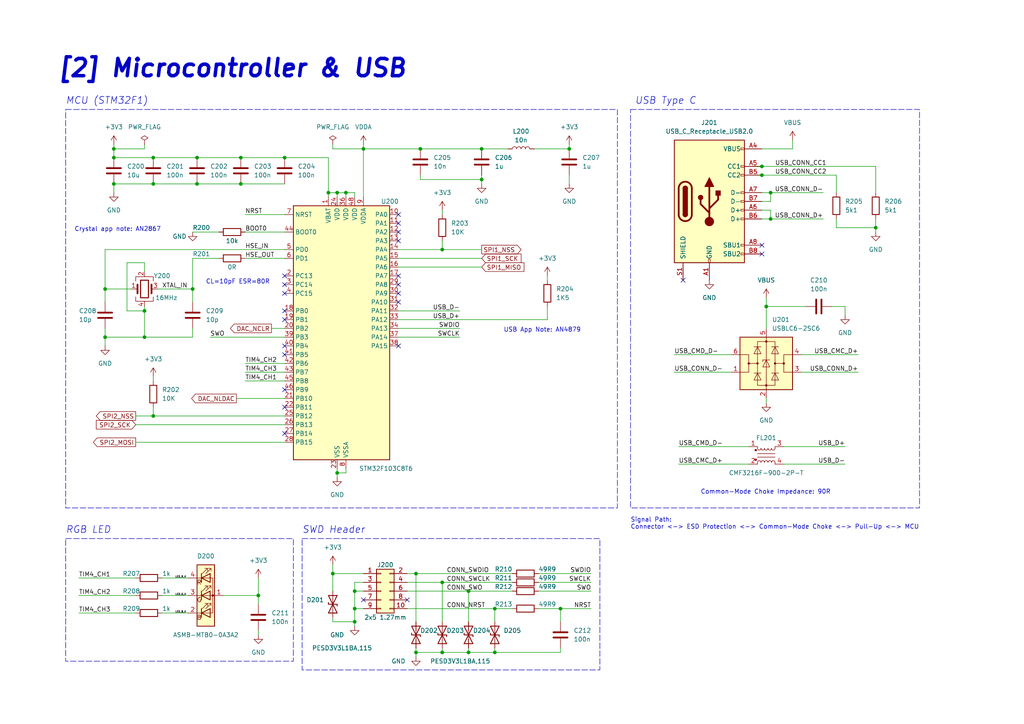
<source format=kicad_sch>
(kicad_sch (version 20230121) (generator eeschema)
  (paper "A4")
  (title_block (title "Mixed-Signal Demo PCB") (date "2023-12-25") (rev "0.1") (company "Mohamed Hambouta"))
  (lib_symbols
    (symbol "Connector:USB_C_Receptacle_USB2.0" (pin_names (offset 1.016))
      (property "Reference" "J" (at -10.16 19.05 0))
      (property "Value" "USB_C_Receptacle_USB2.0" (at 19.05 19.05 0))
      (symbol "USB_C_Receptacle_USB2.0_0_0"
        (rectangle (start -0.254 -17.78) (end 0.254 -16.764))
        (rectangle (start 10.16 -14.986) (end 9.144 -15.494))
        (rectangle (start 10.16 -12.446) (end 9.144 -12.954))
        (rectangle (start 10.16 -4.826) (end 9.144 -5.334))
        (rectangle (start 10.16 -2.286) (end 9.144 -2.794))
        (rectangle (start 10.16 0.254) (end 9.144 -0.254))
        (rectangle (start 10.16 2.794) (end 9.144 2.286))
        (rectangle (start 10.16 7.874) (end 9.144 7.366))
        (rectangle (start 10.16 10.414) (end 9.144 9.906))
        (rectangle (start 10.16 15.494) (end 9.144 14.986))
      )
      (symbol "USB_C_Receptacle_USB2.0_0_1"
        (rectangle (start -10.16 17.78) (end 10.16 -17.78) (stroke (width 0.254)) (fill (type background)))
        (arc (start -8.89 -3.81) (mid -6.985 -5.7067) (end -5.08 -3.81) (stroke (width 0.508)))
        (arc (start -7.62 -3.81) (mid -6.985 -4.4423) (end -6.35 -3.81) (stroke (width 0.254)))
        (arc (start -7.62 -3.81) (mid -6.985 -4.4423) (end -6.35 -3.81) (stroke (width 0.254)) (fill (type outline)))
        (rectangle (start -7.62 -3.81) (end -6.35 3.81) (stroke (width 0.254)) (fill (type outline)))
        (arc (start -6.35 3.81) (mid -6.985 4.4423) (end -7.62 3.81) (stroke (width 0.254)))
        (arc (start -6.35 3.81) (mid -6.985 4.4423) (end -7.62 3.81) (stroke (width 0.254)) (fill (type outline)))
        (arc (start -5.08 3.81) (mid -6.985 5.7067) (end -8.89 3.81) (stroke (width 0.508)))
        (circle (center -2.54 1.143) (radius 0.635) (stroke (width 0.254)) (fill (type outline)))
        (circle (center 0 -5.842) (radius 1.27) (fill (type outline)))
        (polyline (pts (xy -8.89 -3.81) (xy -8.89 3.81)) (stroke (width 0.508)))
        (polyline (pts (xy -5.08 3.81) (xy -5.08 -3.81)) (stroke (width 0.508)))
        (polyline (pts (xy 0 -5.842) (xy 0 4.318)) (stroke (width 0.508)))
        (polyline (pts (xy 0 -3.302) (xy -2.54 -0.762) (xy -2.54 0.508)) (stroke (width 0.508)))
        (polyline (pts (xy 0 -2.032) (xy 2.54 0.508) (xy 2.54 1.778)) (stroke (width 0.508)))
        (polyline (pts (xy -1.27 4.318) (xy 0 6.858) (xy 1.27 4.318) (xy -1.27 4.318)) (stroke (width 0.254)) (fill (type outline)))
        (rectangle (start 1.905 1.778) (end 3.175 3.048) (stroke (width 0.254)) (fill (type outline)))
      )
      (symbol "USB_C_Receptacle_USB2.0_1_1"
        (pin passive line (at 0 -22.86 90) (length 5.08) (name "GND") (number "A1"))
        (pin passive line (at 0 -22.86 90) (length 5.08) hide (name "GND") (number "A12"))
        (pin passive line (at 15.24 15.24 180) (length 5.08) (name "VBUS") (number "A4"))
        (pin bidirectional line (at 15.24 10.16 180) (length 5.08) (name "CC1") (number "A5"))
        (pin bidirectional line (at 15.24 -2.54 180) (length 5.08) (name "D+") (number "A6"))
        (pin bidirectional line (at 15.24 2.54 180) (length 5.08) (name "D-") (number "A7"))
        (pin bidirectional line (at 15.24 -12.7 180) (length 5.08) (name "SBU1") (number "A8"))
        (pin passive line (at 15.24 15.24 180) (length 5.08) hide (name "VBUS") (number "A9"))
        (pin passive line (at 0 -22.86 90) (length 5.08) hide (name "GND") (number "B1"))
        (pin passive line (at 0 -22.86 90) (length 5.08) hide (name "GND") (number "B12"))
        (pin passive line (at 15.24 15.24 180) (length 5.08) hide (name "VBUS") (number "B4"))
        (pin bidirectional line (at 15.24 7.62 180) (length 5.08) (name "CC2") (number "B5"))
        (pin bidirectional line (at 15.24 -5.08 180) (length 5.08) (name "D+") (number "B6"))
        (pin bidirectional line (at 15.24 0 180) (length 5.08) (name "D-") (number "B7"))
        (pin bidirectional line (at 15.24 -15.24 180) (length 5.08) (name "SBU2") (number "B8"))
        (pin passive line (at 15.24 15.24 180) (length 5.08) hide (name "VBUS") (number "B9"))
        (pin passive line (at -7.62 -22.86 90) (length 5.08) (name "SHIELD") (number "S1"))
      )
    )
    (symbol "Connector_Generic:Conn_02x05_Odd_Even" (pin_names (offset 1.016) hide)
      (property "Reference" "J" (at 1.27 7.62 0))
      (property "Value" "Conn_02x05_Odd_Even" (at 1.27 -7.62 0))
      (symbol "Conn_02x05_Odd_Even_1_1"
        (rectangle (start -1.27 -4.953) (end 0 -5.207) (stroke (width 0.1524)))
        (rectangle (start -1.27 -2.413) (end 0 -2.667) (stroke (width 0.1524)))
        (rectangle (start -1.27 0.127) (end 0 -0.127) (stroke (width 0.1524)))
        (rectangle (start -1.27 2.667) (end 0 2.413) (stroke (width 0.1524)))
        (rectangle (start -1.27 5.207) (end 0 4.953) (stroke (width 0.1524)))
        (rectangle (start -1.27 6.35) (end 3.81 -6.35) (stroke (width 0.254)) (fill (type background)))
        (rectangle (start 3.81 -4.953) (end 2.54 -5.207) (stroke (width 0.1524)))
        (rectangle (start 3.81 -2.413) (end 2.54 -2.667) (stroke (width 0.1524)))
        (rectangle (start 3.81 0.127) (end 2.54 -0.127) (stroke (width 0.1524)))
        (rectangle (start 3.81 2.667) (end 2.54 2.413) (stroke (width 0.1524)))
        (rectangle (start 3.81 5.207) (end 2.54 4.953) (stroke (width 0.1524)))
        (pin passive line (at -5.08 5.08 0) (length 3.81) (name "Pin_1") (number "1"))
        (pin passive line (at 7.62 -5.08 180) (length 3.81) (name "Pin_10") (number "10"))
        (pin passive line (at 7.62 5.08 180) (length 3.81) (name "Pin_2") (number "2"))
        (pin passive line (at -5.08 2.54 0) (length 3.81) (name "Pin_3") (number "3"))
        (pin passive line (at 7.62 2.54 180) (length 3.81) (name "Pin_4") (number "4"))
        (pin passive line (at -5.08 0 0) (length 3.81) (name "Pin_5") (number "5"))
        (pin passive line (at 7.62 0 180) (length 3.81) (name "Pin_6") (number "6"))
        (pin passive line (at -5.08 -2.54 0) (length 3.81) (name "Pin_7") (number "7"))
        (pin passive line (at 7.62 -2.54 180) (length 3.81) (name "Pin_8") (number "8"))
        (pin passive line (at -5.08 -5.08 0) (length 3.81) (name "Pin_9") (number "9"))
      )
    )
    (symbol "Device:C" (pin_numbers hide) (pin_names (offset 0.254))
      (property "Reference" "C" (at 0.635 2.54 0))
      (property "Value" "C" (at 0.635 -2.54 0))
      (symbol "C_0_1"
        (polyline (pts (xy -2.032 -0.762) (xy 2.032 -0.762)) (stroke (width 0.508)))
        (polyline (pts (xy -2.032 0.762) (xy 2.032 0.762)) (stroke (width 0.508)))
      )
      (symbol "C_1_1"
        (pin passive line (at 0 3.81 270) (length 2.794) (name "~") (number "1"))
        (pin passive line (at 0 -3.81 90) (length 2.794) (name "~") (number "2"))
      )
    )
    (symbol "Device:Crystal_GND24" (pin_names (offset 1.016) hide)
      (property "Reference" "Y" (at 3.175 5.08 0))
      (property "Value" "Crystal_GND24" (at 3.175 3.175 0))
      (symbol "Crystal_GND24_0_1"
        (rectangle (start -1.143 2.54) (end 1.143 -2.54) (stroke (width 0.3048)))
        (polyline (pts (xy -2.54 0) (xy -2.032 0)))
        (polyline (pts (xy -2.032 -1.27) (xy -2.032 1.27)) (stroke (width 0.508)))
        (polyline (pts (xy 0 -3.81) (xy 0 -3.556)))
        (polyline (pts (xy 0 3.556) (xy 0 3.81)))
        (polyline (pts (xy 2.032 -1.27) (xy 2.032 1.27)) (stroke (width 0.508)))
        (polyline (pts (xy 2.032 0) (xy 2.54 0)))
        (polyline (pts (xy -2.54 -2.286) (xy -2.54 -3.556) (xy 2.54 -3.556) (xy 2.54 -2.286)))
        (polyline (pts (xy -2.54 2.286) (xy -2.54 3.556) (xy 2.54 3.556) (xy 2.54 2.286)))
      )
      (symbol "Crystal_GND24_1_1"
        (pin passive line (at -3.81 0 0) (length 1.27) (name "1") (number "1"))
        (pin passive line (at 0 5.08 270) (length 1.27) (name "2") (number "2"))
        (pin passive line (at 3.81 0 180) (length 1.27) (name "3") (number "3"))
        (pin passive line (at 0 -5.08 90) (length 1.27) (name "4") (number "4"))
      )
    )
    (symbol "Device:D_TVS" (pin_numbers hide) (pin_names (offset 1.016) hide)
      (property "Reference" "D" (at 0 2.54 0))
      (property "Value" "D_TVS" (at 0 -2.54 0))
      (symbol "D_TVS_0_1"
        (polyline (pts (xy 1.27 0) (xy -1.27 0)))
        (polyline (pts (xy 0.508 1.27) (xy 0 1.27) (xy 0 -1.27) (xy -0.508 -1.27)) (stroke (width 0.254)))
        (polyline (pts (xy -2.54 1.27) (xy -2.54 -1.27) (xy 2.54 1.27) (xy 2.54 -1.27) (xy -2.54 1.27)) (stroke (width 0.254)))
      )
      (symbol "D_TVS_1_1"
        (pin passive line (at -3.81 0 0) (length 2.54) (name "A1") (number "1"))
        (pin passive line (at 3.81 0 180) (length 2.54) (name "A2") (number "2"))
      )
    )
    (symbol "Device:L" (pin_numbers hide) (pin_names (offset 1.016) hide)
      (property "Reference" "L" (at -1.27 0 90))
      (property "Value" "L" (at 1.905 0 90))
      (symbol "L_0_1"
        (arc (start 0 -2.54) (mid 0.6323 -1.905) (end 0 -1.27))
        (arc (start 0 -1.27) (mid 0.6323 -0.635) (end 0 0))
        (arc (start 0 0) (mid 0.6323 0.635) (end 0 1.27))
        (arc (start 0 1.27) (mid 0.6323 1.905) (end 0 2.54))
      )
      (symbol "L_1_1"
        (pin passive line (at 0 3.81 270) (length 1.27) (name "1") (number "1"))
        (pin passive line (at 0 -3.81 90) (length 1.27) (name "2") (number "2"))
      )
    )
    (symbol "Device:R" (pin_numbers hide) (pin_names (offset 0))
      (property "Reference" "R" (at 2.032 0 90))
      (property "Value" "R" (at 0 0 90))
      (symbol "R_0_1"
        (rectangle (start -1.016 -2.54) (end 1.016 2.54) (stroke (width 0.254)))
      )
      (symbol "R_1_1"
        (pin passive line (at 0 3.81 270) (length 1.27) (name "~") (number "1"))
        (pin passive line (at 0 -3.81 90) (length 1.27) (name "~") (number "2"))
      )
    )
    (symbol "Filter:Choke_Schaffner_RN102-1.5-02-1M6" (pin_names hide)
      (property "Reference" "FL1" (at 0 5.08 0))
      (property "Value" "CMF3216F-900-2P-T" (at 0 -5.08 0))
      (symbol "Choke_Schaffner_RN102-1.5-02-1M6_1_1"
        (circle (center -3.048 -1.27) (radius 0.254) (fill (type outline)))
        (circle (center -3.048 1.524) (radius 0.254) (fill (type outline)))
        (arc (start -2.54 2.032) (mid -2.032 1.5262) (end -1.524 2.032))
        (arc (start -1.524 -2.032) (mid -2.032 -1.5262) (end -2.54 -2.032))
        (arc (start -1.524 2.032) (mid -1.016 1.5262) (end -0.508 2.032))
        (arc (start -0.508 -2.032) (mid -1.016 -1.5262) (end -1.524 -2.032))
        (arc (start -0.508 2.032) (mid 0 1.5262) (end 0.508 2.032))
        (polyline (pts (xy -2.54 -2.032) (xy -2.54 -2.54)))
        (polyline (pts (xy -2.54 0.508) (xy 2.54 0.508)))
        (polyline (pts (xy -2.54 2.032) (xy -2.54 2.54)))
        (polyline (pts (xy 2.54 -2.032) (xy 2.54 -2.54)))
        (polyline (pts (xy 2.54 -0.508) (xy -2.54 -0.508)))
        (polyline (pts (xy 2.54 2.54) (xy 2.54 2.032)))
        (arc (start 0.508 -2.032) (mid 0 -1.5262) (end -0.508 -2.032))
        (arc (start 0.508 2.032) (mid 1.016 1.5262) (end 1.524 2.032))
        (arc (start 1.524 -2.032) (mid 1.016 -1.5262) (end 0.508 -2.032))
        (arc (start 1.524 2.032) (mid 2.032 1.5262) (end 2.54 2.032))
        (arc (start 2.54 -2.032) (mid 2.032 -1.5262) (end 1.524 -2.032))
        (pin passive line (at -5.08 2.54 0) (length 2.54) (name "1") (number "1"))
        (pin passive line (at -5.08 -2.54 0) (length 2.54) (name "2") (number "2"))
        (pin passive line (at 5.08 2.54 180) (length 2.54) (name "3") (number "3"))
        (pin passive line (at 5.08 -2.54 180) (length 2.54) (name "4") (number "4"))
      )
    )
    (symbol "LED:ASMB-MTB0-0A3A2" (pin_names (offset 0) hide)
      (property "Reference" "D" (at 0 10.16 0))
      (property "Value" "ASMB-MTB0-0A3A2" (at 0 -10.16 0))
      (symbol "ASMB-MTB0-0A3A2_0_0"
        (text "B" (at -1.905 -6.35 0) (effects (font (size 1.27 1.27))))
        (text "G" (at -1.905 -1.27 0) (effects (font (size 1.27 1.27))))
        (text "R" (at -1.905 3.81 0) (effects (font (size 1.27 1.27))))
      )
      (symbol "ASMB-MTB0-0A3A2_0_1"
        (rectangle (start -2.54 -8.89) (end 2.54 8.89) (stroke (width 0.254)) (fill (type background)))
        (polyline (pts (xy -2.54 -5.08) (xy 1.27 -5.08)))
        (polyline (pts (xy -1.27 -3.81) (xy -1.27 -6.35)) (stroke (width 0.254)))
        (polyline (pts (xy -1.27 1.27) (xy -1.27 -1.27)) (stroke (width 0.254)))
        (polyline (pts (xy -1.27 6.35) (xy -1.27 3.81)) (stroke (width 0.254)))
        (polyline (pts (xy 1.27 5.08) (xy -2.54 5.08)))
        (polyline (pts (xy 2.54 0) (xy -2.54 0)))
        (polyline (pts (xy 1.27 -5.08) (xy 2.032 -5.08) (xy 2.032 5.08) (xy 1.27 5.08)))
        (polyline (pts (xy 1.27 -3.81) (xy 1.27 -6.35) (xy -1.27 -5.08) (xy 1.27 -3.81)) (stroke (width 0.254)))
        (polyline (pts (xy 1.27 1.27) (xy 1.27 -1.27) (xy -1.27 0) (xy 1.27 1.27)) (stroke (width 0.254)))
        (polyline (pts (xy 1.27 6.35) (xy 1.27 3.81) (xy -1.27 5.08) (xy 1.27 6.35)) (stroke (width 0.254)))
        (polyline (pts (xy -1.016 -3.81) (xy 0.508 -2.286) (xy -0.254 -2.286) (xy 0.508 -2.286) (xy 0.508 -3.048)))
        (polyline (pts (xy -1.016 1.27) (xy 0.508 2.794) (xy -0.254 2.794) (xy 0.508 2.794) (xy 0.508 2.032)))
        (polyline (pts (xy -1.016 6.35) (xy 0.508 7.874) (xy -0.254 7.874) (xy 0.508 7.874) (xy 0.508 7.112)))
        (polyline (pts (xy 0 -3.81) (xy 1.524 -2.286) (xy 0.762 -2.286) (xy 1.524 -2.286) (xy 1.524 -3.048)))
        (polyline (pts (xy 0 1.27) (xy 1.524 2.794) (xy 0.762 2.794) (xy 1.524 2.794) (xy 1.524 2.032)))
        (polyline (pts (xy 0 6.35) (xy 1.524 7.874) (xy 0.762 7.874) (xy 1.524 7.874) (xy 1.524 7.112)))
        (rectangle (start 1.27 6.35) (end 1.27 6.35))
        (circle (center 2.032 0) (radius 0.254) (fill (type outline)))
      )
      (symbol "ASMB-MTB0-0A3A2_1_1"
        (pin passive line (at 5.08 0 180) (length 2.54) (name "A") (number "1"))
        (pin passive line (at -5.08 -5.08 0) (length 2.54) (name "BK") (number "2"))
        (pin passive line (at -5.08 0 0) (length 2.54) (name "GK") (number "3"))
        (pin passive line (at -5.08 5.08 0) (length 2.54) (name "RK") (number "4"))
      )
    )
    (symbol "MCU_ST_STM32F1:STM32F103C8Tx"
      (property "Reference" "U" (at -12.7 39.37 0))
      (property "Value" "STM32F103C8Tx" (at 10.16 39.37 0))
      (symbol "STM32F103C8Tx_0_1"
        (rectangle (start -12.7 -35.56) (end 15.24 38.1) (stroke (width 0.254)) (fill (type background)))
      )
      (symbol "STM32F103C8Tx_1_1"
        (pin power_in line (at -2.54 40.64 270) (length 2.54) (name "VBAT") (number "1"))
        (pin bidirectional line (at 17.78 35.56 180) (length 2.54) (name "PA0") (number "10"))
        (pin bidirectional line (at 17.78 33.02 180) (length 2.54) (name "PA1") (number "11"))
        (pin bidirectional line (at 17.78 30.48 180) (length 2.54) (name "PA2") (number "12"))
        (pin bidirectional line (at 17.78 27.94 180) (length 2.54) (name "PA3") (number "13"))
        (pin bidirectional line (at 17.78 25.4 180) (length 2.54) (name "PA4") (number "14"))
        (pin bidirectional line (at 17.78 22.86 180) (length 2.54) (name "PA5") (number "15"))
        (pin bidirectional line (at 17.78 20.32 180) (length 2.54) (name "PA6") (number "16"))
        (pin bidirectional line (at 17.78 17.78 180) (length 2.54) (name "PA7") (number "17"))
        (pin bidirectional line (at -15.24 7.62 0) (length 2.54) (name "PB0") (number "18"))
        (pin bidirectional line (at -15.24 5.08 0) (length 2.54) (name "PB1") (number "19"))
        (pin bidirectional line (at -15.24 17.78 0) (length 2.54) (name "PC13") (number "2"))
        (pin bidirectional line (at -15.24 2.54 0) (length 2.54) (name "PB2") (number "20"))
        (pin bidirectional line (at -15.24 -17.78 0) (length 2.54) (name "PB10") (number "21"))
        (pin bidirectional line (at -15.24 -20.32 0) (length 2.54) (name "PB11") (number "22"))
        (pin power_in line (at 0 -38.1 90) (length 2.54) (name "VSS") (number "23"))
        (pin power_in line (at 0 40.64 270) (length 2.54) (name "VDD") (number "24"))
        (pin bidirectional line (at -15.24 -22.86 0) (length 2.54) (name "PB12") (number "25"))
        (pin bidirectional line (at -15.24 -25.4 0) (length 2.54) (name "PB13") (number "26"))
        (pin bidirectional line (at -15.24 -27.94 0) (length 2.54) (name "PB14") (number "27"))
        (pin bidirectional line (at -15.24 -30.48 0) (length 2.54) (name "PB15") (number "28"))
        (pin bidirectional line (at 17.78 15.24 180) (length 2.54) (name "PA8") (number "29"))
        (pin bidirectional line (at -15.24 15.24 0) (length 2.54) (name "PC14") (number "3"))
        (pin bidirectional line (at 17.78 12.7 180) (length 2.54) (name "PA9") (number "30"))
        (pin bidirectional line (at 17.78 10.16 180) (length 2.54) (name "PA10") (number "31"))
        (pin bidirectional line (at 17.78 7.62 180) (length 2.54) (name "PA11") (number "32"))
        (pin bidirectional line (at 17.78 5.08 180) (length 2.54) (name "PA12") (number "33"))
        (pin bidirectional line (at 17.78 2.54 180) (length 2.54) (name "PA13") (number "34"))
        (pin passive line (at 0 -38.1 90) (length 2.54) hide (name "VSS") (number "35"))
        (pin power_in line (at 2.54 40.64 270) (length 2.54) (name "VDD") (number "36"))
        (pin bidirectional line (at 17.78 0 180) (length 2.54) (name "PA14") (number "37"))
        (pin bidirectional line (at 17.78 -2.54 180) (length 2.54) (name "PA15") (number "38"))
        (pin bidirectional line (at -15.24 0 0) (length 2.54) (name "PB3") (number "39"))
        (pin bidirectional line (at -15.24 12.7 0) (length 2.54) (name "PC15") (number "4"))
        (pin bidirectional line (at -15.24 -2.54 0) (length 2.54) (name "PB4") (number "40"))
        (pin bidirectional line (at -15.24 -5.08 0) (length 2.54) (name "PB5") (number "41"))
        (pin bidirectional line (at -15.24 -7.62 0) (length 2.54) (name "PB6") (number "42"))
        (pin bidirectional line (at -15.24 -10.16 0) (length 2.54) (name "PB7") (number "43"))
        (pin input line (at -15.24 30.48 0) (length 2.54) (name "BOOT0") (number "44"))
        (pin bidirectional line (at -15.24 -12.7 0) (length 2.54) (name "PB8") (number "45"))
        (pin bidirectional line (at -15.24 -15.24 0) (length 2.54) (name "PB9") (number "46"))
        (pin passive line (at 0 -38.1 90) (length 2.54) hide (name "VSS") (number "47"))
        (pin power_in line (at 5.08 40.64 270) (length 2.54) (name "VDD") (number "48"))
        (pin bidirectional line (at -15.24 25.4 0) (length 2.54) (name "PD0") (number "5"))
        (pin bidirectional line (at -15.24 22.86 0) (length 2.54) (name "PD1") (number "6"))
        (pin input line (at -15.24 35.56 0) (length 2.54) (name "NRST") (number "7"))
        (pin power_in line (at 2.54 -38.1 90) (length 2.54) (name "VSSA") (number "8"))
        (pin power_in line (at 7.62 40.64 270) (length 2.54) (name "VDDA") (number "9"))
      )
    )
    (symbol "Power_Protection:USBLC6-2SC6" (pin_names hide)
      (property "Reference" "U" (at 2.54 8.89 0))
      (property "Value" "USBLC6-2SC6" (at 2.54 -8.89 0))
      (symbol "USBLC6-2SC6_0_1"
        (rectangle (start -7.62 -7.62) (end 7.62 7.62) (stroke (width 0.254)) (fill (type background)))
        (circle (center -5.08 0) (radius 0.254) (fill (type outline)))
        (circle (center -2.54 0) (radius 0.254) (fill (type outline)))
        (rectangle (start -2.54 6.35) (end 2.54 -6.35))
        (circle (center 0 -6.35) (radius 0.254) (fill (type outline)))
        (polyline (pts (xy -5.08 -2.54) (xy -7.62 -2.54)))
        (polyline (pts (xy -5.08 0) (xy -5.08 -2.54)))
        (polyline (pts (xy -5.08 2.54) (xy -7.62 2.54)))
        (polyline (pts (xy -1.524 -2.794) (xy -3.556 -2.794)))
        (polyline (pts (xy -1.524 4.826) (xy -3.556 4.826)))
        (polyline (pts (xy 0 -7.62) (xy 0 -6.35)))
        (polyline (pts (xy 0 -6.35) (xy 0 1.27)))
        (polyline (pts (xy 0 1.27) (xy 0 6.35)))
        (polyline (pts (xy 0 6.35) (xy 0 7.62)))
        (polyline (pts (xy 1.524 -2.794) (xy 3.556 -2.794)))
        (polyline (pts (xy 1.524 4.826) (xy 3.556 4.826)))
        (polyline (pts (xy 5.08 -2.54) (xy 7.62 -2.54)))
        (polyline (pts (xy 5.08 0) (xy 5.08 -2.54)))
        (polyline (pts (xy 5.08 2.54) (xy 7.62 2.54)))
        (polyline (pts (xy -2.54 0) (xy -5.08 0) (xy -5.08 2.54)))
        (polyline (pts (xy 2.54 0) (xy 5.08 0) (xy 5.08 2.54)))
        (polyline (pts (xy -3.556 -4.826) (xy -1.524 -4.826) (xy -2.54 -2.794) (xy -3.556 -4.826)))
        (polyline (pts (xy -3.556 2.794) (xy -1.524 2.794) (xy -2.54 4.826) (xy -3.556 2.794)))
        (polyline (pts (xy -1.016 -1.016) (xy 1.016 -1.016) (xy 0 1.016) (xy -1.016 -1.016)))
        (polyline (pts (xy 1.016 1.016) (xy 0.762 1.016) (xy -1.016 1.016) (xy -1.016 0.508)))
        (polyline (pts (xy 3.556 -4.826) (xy 1.524 -4.826) (xy 2.54 -2.794) (xy 3.556 -4.826)))
        (polyline (pts (xy 3.556 2.794) (xy 1.524 2.794) (xy 2.54 4.826) (xy 3.556 2.794)))
        (circle (center 0 6.35) (radius 0.254) (fill (type outline)))
        (circle (center 2.54 0) (radius 0.254) (fill (type outline)))
        (circle (center 5.08 0) (radius 0.254) (fill (type outline)))
      )
      (symbol "USBLC6-2SC6_1_1"
        (pin passive line (at -10.16 -2.54 0) (length 2.54) (name "I/O1") (number "1"))
        (pin passive line (at 0 -10.16 90) (length 2.54) (name "GND") (number "2"))
        (pin passive line (at 10.16 -2.54 180) (length 2.54) (name "I/O2") (number "3"))
        (pin passive line (at 10.16 2.54 180) (length 2.54) (name "I/O2") (number "4"))
        (pin passive line (at 0 10.16 270) (length 2.54) (name "VBUS") (number "5"))
        (pin passive line (at -10.16 2.54 0) (length 2.54) (name "I/O1") (number "6"))
      )
    )
    (symbol "power:+3V3" (power) (pin_names (offset 0))
      (property "Value" "+3V3" (at 0 3.556 0))
      (symbol "+3V3_0_1"
        (polyline (pts (xy -0.762 1.27) (xy 0 2.54)))
        (polyline (pts (xy 0 0) (xy 0 2.54)))
        (polyline (pts (xy 0 2.54) (xy 0.762 1.27)))
      )
      (symbol "+3V3_1_1"
        (pin power_in line (at 0 0 90) (length 0) hide (name "+3V3") (number "1"))
      )
    )
    (symbol "power:GND" (power) (pin_names (offset 0))
      (property "Value" "GND" (at 0 -3.81 0))
      (symbol "GND_0_1"
        (polyline (pts (xy 0 0) (xy 0 -1.27) (xy 1.27 -1.27) (xy 0 -2.54) (xy -1.27 -1.27) (xy 0 -1.27)))
      )
      (symbol "GND_1_1"
        (pin power_in line (at 0 0 270) (length 0) hide (name "GND") (number "1"))
      )
    )
    (symbol "power:PWR_FLAG" (power) (pin_numbers hide) (pin_names (offset 0) hide)
      (property "Value" "PWR_FLAG" (at 0 3.81 0))
      (symbol "PWR_FLAG_0_0"
        (pin power_out line (at 0 0 90) (length 0) (name "pwr") (number "1"))
      )
      (symbol "PWR_FLAG_0_1"
        (polyline (pts (xy 0 0) (xy 0 1.27) (xy -1.016 1.905) (xy 0 2.54) (xy 1.016 1.905) (xy 0 1.27)))
      )
    )
    (symbol "power:VBUS" (power) (pin_names (offset 0))
      (property "Value" "VBUS" (at 0 3.81 0))
      (symbol "VBUS_0_1"
        (polyline (pts (xy -0.762 1.27) (xy 0 2.54)))
        (polyline (pts (xy 0 0) (xy 0 2.54)))
        (polyline (pts (xy 0 2.54) (xy 0.762 1.27)))
      )
      (symbol "VBUS_1_1"
        (pin power_in line (at 0 0 90) (length 0) hide (name "VBUS") (number "1"))
      )
    )
    (symbol "power:VDDA" (power) (pin_names (offset 0))
      (property "Value" "VDDA" (at 0 3.81 0))
      (symbol "VDDA_0_1"
        (polyline (pts (xy -0.762 1.27) (xy 0 2.54)))
        (polyline (pts (xy 0 0) (xy 0 2.54)))
        (polyline (pts (xy 0 2.54) (xy 0.762 1.27)))
      )
      (symbol "VDDA_1_1"
        (pin power_in line (at 0 0 90) (length 0) hide (name "VDDA") (number "1"))
      )
    )
  )
  (junction (at 128.27 189.23))
  (junction (at 121.92 43.18))
  (junction (at 95.25 55.88))
  (junction (at 223.52 55.88))
  (junction (at 97.79 137.16))
  (junction (at 135.89 171.45))
  (junction (at 57.15 53.34))
  (junction (at 97.79 55.88))
  (junction (at 33.02 45.72))
  (junction (at 222.25 88.9))
  (junction (at 74.93 172.72))
  (junction (at 69.85 45.72))
  (junction (at 220.98 50.8))
  (junction (at 120.65 166.37))
  (junction (at 82.55 45.72))
  (junction (at 139.7 43.18))
  (junction (at 165.1 43.18))
  (junction (at 120.65 189.23))
  (junction (at 220.98 48.26))
  (junction (at 30.48 97.79))
  (junction (at 223.52 63.5))
  (junction (at 143.51 189.23))
  (junction (at 128.27 72.39))
  (junction (at 33.02 43.18))
  (junction (at 44.45 120.65))
  (junction (at 102.87 176.53))
  (junction (at 100.33 55.88))
  (junction (at 102.87 171.45))
  (junction (at 105.41 43.18))
  (junction (at 57.15 45.72))
  (junction (at 135.89 189.23))
  (junction (at 55.88 83.82))
  (junction (at 254 66.04))
  (junction (at 162.56 176.53))
  (junction (at 128.27 168.91))
  (junction (at 41.91 90.17))
  (junction (at 30.48 83.82))
  (junction (at 44.45 53.34))
  (junction (at 96.52 166.37))
  (junction (at 139.7 52.07))
  (junction (at 41.91 97.79))
  (junction (at 143.51 176.53))
  (junction (at 44.45 45.72))
  (junction (at 33.02 53.34))
  (junction (at 102.87 180.34))
  (junction (at 69.85 53.34))
  (no_connect (at 115.57 100.33))
  (no_connect (at 115.57 62.23))
  (no_connect (at 115.57 80.01))
  (no_connect (at 220.98 71.12))
  (no_connect (at 105.41 173.99))
  (no_connect (at 220.98 73.66))
  (no_connect (at 82.55 118.11))
  (no_connect (at 198.12 81.28))
  (no_connect (at 115.57 69.85))
  (no_connect (at 118.11 173.99))
  (no_connect (at 82.55 82.55))
  (no_connect (at 115.57 67.31))
  (no_connect (at 82.55 125.73))
  (no_connect (at 82.55 102.87))
  (no_connect (at 82.55 100.33))
  (no_connect (at 115.57 87.63))
  (no_connect (at 82.55 85.09))
  (no_connect (at 115.57 64.77))
  (no_connect (at 82.55 80.01))
  (no_connect (at 115.57 85.09))
  (no_connect (at 82.55 92.71))
  (no_connect (at 115.57 82.55))
  (no_connect (at 82.55 90.17))
  (no_connect (at 82.55 113.03))
  (wire (pts (xy 128.27 168.91) (xy 148.59 168.91)))
  (wire (pts (xy 220.98 50.8) (xy 242.57 50.8)))
  (wire (pts (xy 128.27 187.96) (xy 128.27 189.23)))
  (wire (pts (xy 245.11 88.9) (xy 245.11 91.44)))
  (wire (pts (xy 30.48 83.82) (xy 30.48 87.63)))
  (wire (pts (xy 154.94 43.18) (xy 165.1 43.18)))
  (wire (pts (xy 41.91 43.18) (xy 33.02 43.18)))
  (wire (pts (xy 223.52 58.42) (xy 223.52 55.88)))
  (wire (pts (xy 22.86 167.64) (xy 39.37 167.64)))
  (wire (pts (xy 22.86 172.72) (xy 39.37 172.72)))
  (wire (pts (xy 97.79 135.89) (xy 97.79 137.16)))
  (wire (pts (xy 74.93 167.64) (xy 74.93 172.72)))
  (wire (pts (xy 220.98 63.5) (xy 223.52 63.5)))
  (wire (pts (xy 63.5 74.93) (xy 55.88 74.93)))
  (wire (pts (xy 156.21 168.91) (xy 171.45 168.91)))
  (wire (pts (xy 44.45 120.65) (xy 82.55 120.65)))
  (wire (pts (xy 242.57 66.04) (xy 254 66.04)))
  (wire (pts (xy 71.12 74.93) (xy 82.55 74.93)))
  (wire (pts (xy 218.44 50.8) (xy 220.98 50.8)))
  (wire (pts (xy 60.96 97.79) (xy 82.55 97.79)))
  (wire (pts (xy 41.91 97.79) (xy 30.48 97.79)))
  (wire (pts (xy 96.52 43.18) (xy 105.41 43.18)))
  (wire (pts (xy 115.57 90.17) (xy 133.35 90.17)))
  (wire (pts (xy 96.52 180.34) (xy 96.52 179.07)))
  (wire (pts (xy 74.93 172.72) (xy 74.93 175.26)))
  (wire (pts (xy 162.56 176.53) (xy 171.45 176.53)))
  (wire (pts (xy 121.92 43.18) (xy 139.7 43.18)))
  (wire (pts (xy 135.89 171.45) (xy 148.59 171.45)))
  (wire (pts (xy 69.85 53.34) (xy 82.55 53.34)))
  (wire (pts (xy 115.57 95.25) (xy 133.35 95.25)))
  (wire (pts (xy 71.12 62.23) (xy 82.55 62.23)))
  (wire (pts (xy 46.99 172.72) (xy 54.61 172.72)))
  (wire (pts (xy 135.89 171.45) (xy 135.89 180.34)))
  (wire (pts (xy 71.12 107.95) (xy 82.55 107.95)))
  (wire (pts (xy 96.52 166.37) (xy 96.52 171.45)))
  (wire (pts (xy 41.91 88.9) (xy 41.91 90.17)))
  (wire (pts (xy 254 66.04) (xy 254 67.31)))
  (wire (pts (xy 120.65 166.37) (xy 148.59 166.37)))
  (wire (pts (xy 220.98 55.88) (xy 223.52 55.88)))
  (wire (pts (xy 139.7 52.07) (xy 139.7 53.34)))
  (wire (pts (xy 220.98 58.42) (xy 223.52 58.42)))
  (wire (pts (xy 102.87 168.91) (xy 105.41 168.91)))
  (wire (pts (xy 102.87 57.15) (xy 102.87 55.88)))
  (wire (pts (xy 115.57 92.71) (xy 158.75 92.71)))
  (wire (pts (xy 68.58 115.57) (xy 82.55 115.57)))
  (wire (pts (xy 223.52 63.5) (xy 223.52 60.96)))
  (wire (pts (xy 95.25 45.72) (xy 95.25 55.88)))
  (wire (pts (xy 195.58 107.95) (xy 212.09 107.95)))
  (wire (pts (xy 139.7 52.07) (xy 121.92 52.07)))
  (wire (pts (xy 46.99 167.64) (xy 54.61 167.64)))
  (wire (pts (xy 222.25 86.36) (xy 222.25 88.9)))
  (wire (pts (xy 241.3 88.9) (xy 245.11 88.9)))
  (wire (pts (xy 97.79 55.88) (xy 97.79 57.15)))
  (wire (pts (xy 195.58 102.87) (xy 212.09 102.87)))
  (wire (pts (xy 33.02 53.34) (xy 33.02 55.88)))
  (wire (pts (xy 156.21 176.53) (xy 162.56 176.53)))
  (wire (pts (xy 229.87 43.18) (xy 229.87 40.64)))
  (wire (pts (xy 96.52 163.83) (xy 96.52 166.37)))
  (wire (pts (xy 69.85 45.72) (xy 82.55 45.72)))
  (wire (pts (xy 97.79 55.88) (xy 100.33 55.88)))
  (wire (pts (xy 64.77 172.72) (xy 74.93 172.72)))
  (wire (pts (xy 227.33 129.54) (xy 245.11 129.54)))
  (wire (pts (xy 102.87 180.34) (xy 102.87 176.53)))
  (wire (pts (xy 22.86 177.8) (xy 39.37 177.8)))
  (wire (pts (xy 102.87 176.53) (xy 105.41 176.53)))
  (wire (pts (xy 128.27 168.91) (xy 128.27 180.34)))
  (wire (pts (xy 38.1 83.82) (xy 30.48 83.82)))
  (wire (pts (xy 57.15 45.72) (xy 69.85 45.72)))
  (wire (pts (xy 143.51 176.53) (xy 148.59 176.53)))
  (wire (pts (xy 156.21 166.37) (xy 171.45 166.37)))
  (wire (pts (xy 33.02 41.91) (xy 33.02 43.18)))
  (wire (pts (xy 55.88 74.93) (xy 55.88 83.82)))
  (wire (pts (xy 41.91 41.91) (xy 41.91 43.18)))
  (wire (pts (xy 139.7 50.8) (xy 139.7 52.07)))
  (wire (pts (xy 102.87 176.53) (xy 102.87 171.45)))
  (wire (pts (xy 128.27 72.39) (xy 139.7 72.39)))
  (wire (pts (xy 232.41 107.95) (xy 248.92 107.95)))
  (wire (pts (xy 105.41 43.18) (xy 105.41 57.15)))
  (wire (pts (xy 227.33 134.62) (xy 245.11 134.62)))
  (wire (pts (xy 95.25 55.88) (xy 95.25 57.15)))
  (wire (pts (xy 100.33 55.88) (xy 102.87 55.88)))
  (wire (pts (xy 115.57 74.93) (xy 139.7 74.93)))
  (wire (pts (xy 196.85 134.62) (xy 217.17 134.62)))
  (wire (pts (xy 158.75 80.01) (xy 158.75 81.28)))
  (wire (pts (xy 33.02 45.72) (xy 44.45 45.72)))
  (wire (pts (xy 120.65 189.23) (xy 128.27 189.23)))
  (wire (pts (xy 135.89 189.23) (xy 143.51 189.23)))
  (wire (pts (xy 44.45 45.72) (xy 57.15 45.72)))
  (wire (pts (xy 118.11 168.91) (xy 128.27 168.91)))
  (wire (pts (xy 74.93 182.88) (xy 74.93 184.15)))
  (wire (pts (xy 102.87 180.34) (xy 96.52 180.34)))
  (wire (pts (xy 120.65 187.96) (xy 120.65 189.23)))
  (wire (pts (xy 242.57 50.8) (xy 242.57 55.88)))
  (wire (pts (xy 118.11 176.53) (xy 143.51 176.53)))
  (wire (pts (xy 143.51 189.23) (xy 162.56 189.23)))
  (wire (pts (xy 242.57 63.5) (xy 242.57 66.04)))
  (wire (pts (xy 96.52 166.37) (xy 105.41 166.37)))
  (wire (pts (xy 222.25 88.9) (xy 222.25 95.25)))
  (wire (pts (xy 39.37 120.65) (xy 44.45 120.65)))
  (wire (pts (xy 36.83 76.2) (xy 36.83 90.17)))
  (wire (pts (xy 143.51 187.96) (xy 143.51 189.23)))
  (wire (pts (xy 162.56 180.34) (xy 162.56 176.53)))
  (wire (pts (xy 165.1 50.8) (xy 165.1 53.34)))
  (wire (pts (xy 223.52 63.5) (xy 238.76 63.5)))
  (wire (pts (xy 162.56 189.23) (xy 162.56 187.96)))
  (wire (pts (xy 30.48 97.79) (xy 30.48 100.33)))
  (wire (pts (xy 105.41 41.91) (xy 105.41 43.18)))
  (wire (pts (xy 135.89 187.96) (xy 135.89 189.23)))
  (wire (pts (xy 121.92 52.07) (xy 121.92 50.8)))
  (wire (pts (xy 44.45 109.22) (xy 44.45 110.49)))
  (wire (pts (xy 57.15 53.34) (xy 69.85 53.34)))
  (wire (pts (xy 97.79 137.16) (xy 97.79 138.43)))
  (wire (pts (xy 105.41 43.18) (xy 121.92 43.18)))
  (wire (pts (xy 100.33 135.89) (xy 100.33 137.16)))
  (wire (pts (xy 44.45 53.34) (xy 57.15 53.34)))
  (wire (pts (xy 41.91 76.2) (xy 36.83 76.2)))
  (wire (pts (xy 254 48.26) (xy 254 55.88)))
  (wire (pts (xy 44.45 118.11) (xy 44.45 120.65)))
  (wire (pts (xy 128.27 60.96) (xy 128.27 62.23)))
  (wire (pts (xy 55.88 95.25) (xy 55.88 97.79)))
  (wire (pts (xy 143.51 176.53) (xy 143.51 180.34)))
  (wire (pts (xy 55.88 83.82) (xy 55.88 87.63)))
  (wire (pts (xy 33.02 43.18) (xy 33.02 45.72)))
  (wire (pts (xy 222.25 115.57) (xy 222.25 116.84)))
  (wire (pts (xy 120.65 189.23) (xy 120.65 190.5)))
  (wire (pts (xy 95.25 55.88) (xy 97.79 55.88)))
  (wire (pts (xy 102.87 171.45) (xy 102.87 168.91)))
  (wire (pts (xy 156.21 171.45) (xy 171.45 171.45)))
  (wire (pts (xy 41.91 78.74) (xy 41.91 76.2)))
  (wire (pts (xy 115.57 77.47) (xy 139.7 77.47)))
  (wire (pts (xy 45.72 83.82) (xy 55.88 83.82)))
  (wire (pts (xy 102.87 171.45) (xy 105.41 171.45)))
  (wire (pts (xy 39.37 128.27) (xy 82.55 128.27)))
  (wire (pts (xy 96.52 41.91) (xy 96.52 43.18)))
  (wire (pts (xy 82.55 45.72) (xy 95.25 45.72)))
  (wire (pts (xy 71.12 105.41) (xy 82.55 105.41)))
  (wire (pts (xy 82.55 72.39) (xy 30.48 72.39)))
  (wire (pts (xy 118.11 166.37) (xy 120.65 166.37)))
  (wire (pts (xy 33.02 53.34) (xy 44.45 53.34)))
  (wire (pts (xy 71.12 110.49) (xy 82.55 110.49)))
  (wire (pts (xy 30.48 72.39) (xy 30.48 83.82)))
  (wire (pts (xy 100.33 55.88) (xy 100.33 57.15)))
  (wire (pts (xy 97.79 137.16) (xy 100.33 137.16)))
  (wire (pts (xy 46.99 177.8) (xy 54.61 177.8)))
  (wire (pts (xy 30.48 97.79) (xy 30.48 95.25)))
  (wire (pts (xy 128.27 69.85) (xy 128.27 72.39)))
  (wire (pts (xy 36.83 90.17) (xy 41.91 90.17)))
  (wire (pts (xy 223.52 55.88) (xy 238.76 55.88)))
  (wire (pts (xy 220.98 48.26) (xy 254 48.26)))
  (wire (pts (xy 165.1 41.91) (xy 165.1 43.18)))
  (wire (pts (xy 118.11 171.45) (xy 135.89 171.45)))
  (wire (pts (xy 78.74 95.25) (xy 82.55 95.25)))
  (wire (pts (xy 232.41 102.87) (xy 248.92 102.87)))
  (wire (pts (xy 41.91 90.17) (xy 41.91 97.79)))
  (wire (pts (xy 120.65 166.37) (xy 120.65 180.34)))
  (wire (pts (xy 128.27 189.23) (xy 135.89 189.23)))
  (wire (pts (xy 41.91 97.79) (xy 55.88 97.79)))
  (wire (pts (xy 39.37 123.19) (xy 82.55 123.19)))
  (wire (pts (xy 220.98 43.18) (xy 229.87 43.18)))
  (wire (pts (xy 218.44 48.26) (xy 220.98 48.26)))
  (wire (pts (xy 223.52 60.96) (xy 220.98 60.96)))
  (wire (pts (xy 102.87 181.61) (xy 102.87 180.34)))
  (wire (pts (xy 158.75 92.71) (xy 158.75 88.9)))
  (wire (pts (xy 115.57 72.39) (xy 128.27 72.39)))
  (wire (pts (xy 139.7 43.18) (xy 147.32 43.18)))
  (wire (pts (xy 115.57 97.79) (xy 133.35 97.79)))
  (wire (pts (xy 222.25 88.9) (xy 233.68 88.9)))
  (wire (pts (xy 254 66.04) (xy 254 63.5)))
  (wire (pts (xy 71.12 67.31) (xy 82.55 67.31)))
  (wire (pts (xy 196.85 129.54) (xy 217.17 129.54)))
  (wire (pts (xy 55.88 67.31) (xy 63.5 67.31)))
  (rectangle (start 87.63 156.21) (end 173.99 194.31) (stroke (width 0) (type dash)))
  (rectangle (start 19.05 31.75) (end 179.07 147.32) (stroke (width 0) (type dash)))
  (rectangle (start 182.88 31.75) (end 266.7 147.32) (stroke (width 0) (type dash)))
  (rectangle (start 19.05 156.21) (end 85.09 191.77) (stroke (width 0) (type dash)))
  (text "Common-Mode Choke Impedance: 90R" (at 203.2 143.51 0) (effects (font (size 1.27 1.27)) (justify left bottom)))
  (text "Crystal app note: AN2867" (at 21.59 67.31 0) (effects (font (size 1.27 1.27)) (justify left bottom)))
  (text "RGB LED" (at 19.05 154.94 0) (effects (font (size 2 2) italic) (justify left bottom)))
  (text "[2] Microcontroller & USB" (at 16.51 22.86 0) (effects (font (size 5 5) (thickness 1) bold italic) (justify left bottom)))
  (text "USB App Note: AN4879" (at 146.05 96.52 0) (effects (font (size 1.27 1.27)) (justify left bottom)))
  (text "CL=10pF ESR=80R" (at 59.69 82.55 0) (effects (font (size 1.27 1.27)) (justify left bottom)))
  (text "MCU (STM32F1)" (at 19.05 30.48 0) (effects (font (size 2 2) italic) (justify left bottom)))
  (text "SWD Header" (at 87.63 154.94 0) (effects (font (size 2 2) italic) (justify left bottom)))
  (text "Signal Path:\nConnector <-> ESD Protection <-> Common-Mode Choke <-> Pull-Up <-> MCU" (at 182.88 153.67 0) (effects (font (size 1.27 1.27)) (justify left bottom)))
  (text "USB Type C" (at 184.15 30.48 0) (effects (font (size 2 2) italic) (justify left bottom)))
  (label "BOOT0" (at 71.12 67.31 0))
  (label "CONN_SWO" (at 129.54 171.45 0))
  (label "USB_CMC_D+" (at 248.92 102.87 180))
  (label "USB_D-" (at 133.35 90.17 180))
  (label "SWO" (at 60.96 97.79 0))
  (label "SWDIO" (at 133.35 95.25 180))
  (label "USB_CONN_D-" (at 195.58 107.95 0))
  (label "USB_D-" (at 245.11 134.62 180))
  (label "USB_CONN_D+" (at 248.92 107.95 180))
  (label "TIM4_CH1" (at 22.86 167.64 0))
  (label "NRST" (at 171.45 176.53 180))
  (label "USB_CONN_D+" (at 238.76 63.5 180))
  (label "SWCLK" (at 133.35 97.79 180))
  (label "USB_D+" (at 245.11 129.54 180))
  (label "USB_CMC_D+" (at 196.85 134.62 0))
  (label "USB_CONN_CC1" (at 224.79 48.26 0))
  (label "SWCLK" (at 171.45 168.91 180))
  (label "XTAL_IN" (at 46.99 83.82 0))
  (label "USB_CMD_D-" (at 196.85 129.54 0))
  (label "TIM4_CH2" (at 22.86 172.72 0))
  (label "TIM4_CH3" (at 71.12 107.95 0))
  (label "LED_G_K" (at 50.8 172.72 0) (effects (font (size 0.5 0.5))))
  (label "USB_CONN_D-" (at 238.76 55.88 180))
  (label "HSE_OUT" (at 71.12 74.93 0))
  (label "USB_D+" (at 133.35 92.71 180))
  (label "LED_B_K" (at 50.8 177.8 0) (effects (font (size 0.5 0.5))))
  (label "CONN_NRST" (at 129.54 176.53 0))
  (label "CONN_SWDIO" (at 129.54 166.37 0))
  (label "TIM4_CH1" (at 71.12 110.49 0))
  (label "USB_CMD_D-" (at 195.58 102.87 0))
  (label "TIM4_CH3" (at 22.86 177.8 0))
  (label "USB_CONN_CC2" (at 224.79 50.8 0))
  (label "LED_R_K" (at 50.8 167.64 0) (effects (font (size 0.5 0.5))))
  (label "SWDIO" (at 171.45 166.37 180))
  (label "SWO" (at 171.45 171.45 180))
  (label "HSE_IN" (at 71.12 72.39 0))
  (label "NRST" (at 71.12 62.23 0))
  (label "TIM4_CH2" (at 71.12 105.41 0))
  (label "CONN_SWCLK" (at 129.54 168.91 0))
  (global_label "SPI2_NSS" (shape output) (at 39.37 120.65 180) (property "Intersheetrefs" "${INTERSHEET_REFS}" (effects hide)))
  (global_label "SPI1_SCK" (shape input) (at 139.7 74.93 0) (property "Intersheetrefs" "${INTERSHEET_REFS}" (effects hide)))
  (global_label "DAC_NLDAC" (shape output) (at 68.58 115.57 180) (property "Intersheetrefs" "${INTERSHEET_REFS}" (effects hide)))
  (global_label "SPI2_SCK" (shape input) (at 39.37 123.19 180) (property "Intersheetrefs" "${INTERSHEET_REFS}" (effects hide)))
  (global_label "SPI1_MISO" (shape input) (at 139.7 77.47 0) (property "Intersheetrefs" "${INTERSHEET_REFS}" (effects hide)))
  (global_label "DAC_NCLR" (shape output) (at 78.74 95.25 180) (property "Intersheetrefs" "${INTERSHEET_REFS}" (effects hide)))
  (global_label "SPI2_MOSI" (shape output) (at 39.37 128.27 180) (property "Intersheetrefs" "${INTERSHEET_REFS}" (effects hide)))
  (global_label "SPI1_NSS" (shape output) (at 139.7 72.39 0) (property "Intersheetrefs" "${INTERSHEET_REFS}" (effects hide)))
  (symbol (lib_id "MCU_ST_STM32F1:STM32F103C8Tx") (at 97.79 97.79 0) (unit 1)
    (property "Reference" "U200" (at 110.49 58.42 0) (effects (justify left)))
    (property "Value" "STM32F103C8T6" (at 104.14 135.89 0) (effects (justify left)))
    (property "Footprint" "Package_QFP:LQFP-48_7x7mm_P0.5mm" (effects hide))
    (property "Datasheet" "https://www.st.com/resource/en/datasheet/stm32f103c8.pdf" (effects hide))
  )
  (symbol (lib_id "Device:R") (at 67.31 67.31 90) (unit 1)
    (property "Reference" "R200" (at 58.42 66.04 90))
    (property "Value" "10k" (at 67.31 69.85 90))
    (property "Footprint" "Resistor_SMD:R_0402_1005Metric" (effects hide))
  )
  (symbol (lib_id "power:GND") (at 139.7 53.34 0) (unit 1)
    (property "Reference" "#PWR0213" (effects hide))
    (property "Value" "GND" (at 139.7 58.42 0))
  )
  (symbol (lib_id "Device:C") (at 69.85 49.53 0) (unit 1)
    (property "Reference" "C203" (at 73.66 48.26 0) (effects (justify left)))
    (property "Value" "100n" (at 73.66 50.8 0) (effects (justify left)))
    (property "Footprint" "Capacitor_SMD:C_0402_1005Metric" (effects hide))
  )
  (symbol (lib_id "Device:C") (at 82.55 49.53 0) (unit 1)
    (property "Reference" "C204" (at 86.36 48.26 0) (effects (justify left)))
    (property "Value" "100n" (at 86.36 50.8 0) (effects (justify left)))
    (property "Footprint" "Capacitor_SMD:C_0402_1005Metric" (effects hide))
  )
  (symbol (lib_id "Device:C") (at 74.93 179.07 0) (unit 1)
    (property "Reference" "C211" (at 78.74 177.8 0) (effects (justify left)))
    (property "Value" "100n" (at 78.74 180.34 0) (effects (justify left)))
    (property "Footprint" "Capacitor_SMD:C_0402_1005Metric" (effects hide))
  )
  (symbol (lib_id "Device:R") (at 43.18 177.8 90) (unit 1)
    (property "Reference" "R209" (at 38.1 176.53 90))
    (property "Value" "1k" (at 48.26 176.53 90))
    (property "Footprint" "Resistor_SMD:R_0402_1005Metric" (effects hide))
  )
  (symbol (lib_id "Power_Protection:USBLC6-2SC6") (at 222.25 105.41 0) (unit 1)
    (property "Reference" "U201" (at 223.9011 92.71 0) (effects (justify left)))
    (property "Value" "USBLC6-2SC6" (at 223.9011 95.25 0) (effects (justify left)))
    (property "Footprint" "Package_TO_SOT_SMD:SOT-23-6" (effects hide))
    (property "Datasheet" "https://www.st.com/resource/en/datasheet/usblc6-2.pdf" (effects hide))
  )
  (symbol (lib_id "power:GND") (at 55.88 67.31 0) (unit 1)
    (property "Reference" "#PWR0204" (effects hide))
    (property "Value" "GND" (at 52.07 68.58 0))
  )
  (symbol (lib_id "Device:C") (at 165.1 46.99 0) (unit 1)
    (property "Reference" "C207" (at 168.91 45.72 0) (effects (justify left)))
    (property "Value" "1u" (at 168.91 48.26 0) (effects (justify left)))
    (property "Footprint" "Capacitor_SMD:C_0603_1608Metric" (effects hide))
  )
  (symbol (lib_id "Device:C") (at 121.92 46.99 0) (unit 1)
    (property "Reference" "C205" (at 125.73 45.72 0) (effects (justify left)))
    (property "Value" "10n" (at 125.73 48.26 0) (effects (justify left)))
    (property "Footprint" "Capacitor_SMD:C_0402_1005Metric" (effects hide))
  )
  (symbol (lib_id "Device:D_TVS") (at 120.65 184.15 270) (unit 1)
    (property "Reference" "D202" (at 127 182.88 90) (effects (justify right)))
    (property "Value" "PESD3V3L1BA,115" (at 142.24 191.77 90) (effects (justify right)))
    (property "Footprint" "Diode_SMD:D_SOD-323" (effects hide))
  )
  (symbol (lib_id "Device:R") (at 254 59.69 0) (unit 1)
    (property "Reference" "R206" (at 256.54 58.42 0) (effects (justify left)))
    (property "Value" "5k1" (at 256.54 60.96 0) (effects (justify left)))
    (property "Footprint" "Resistor_SMD:R_0402_1005Metric" (effects hide))
  )
  (symbol (lib_id "Device:R") (at 43.18 167.64 90) (unit 1)
    (property "Reference" "R207" (at 38.1 166.37 90))
    (property "Value" "1k" (at 48.26 166.37 90))
    (property "Footprint" "Resistor_SMD:R_0402_1005Metric" (effects hide))
  )
  (symbol (lib_id "Device:R") (at 43.18 172.72 90) (unit 1)
    (property "Reference" "R208" (at 38.1 171.45 90))
    (property "Value" "1k" (at 48.26 171.45 90))
    (property "Footprint" "Resistor_SMD:R_0402_1005Metric" (effects hide))
  )
  (symbol (lib_id "power:+3V3") (at 33.02 41.91 0) (unit 1)
    (property "Reference" "#PWR0201" (effects hide))
    (property "Value" "+3V3" (at 33.02 36.83 0))
  )
  (symbol (lib_id "Device:C") (at 162.56 184.15 0) (unit 1)
    (property "Reference" "C212" (at 166.37 182.88 0) (effects (justify left)))
    (property "Value" "100n" (at 166.37 185.42 0) (effects (justify left)))
    (property "Footprint" "Capacitor_SMD:C_0402_1005Metric" (effects hide))
  )
  (symbol (lib_id "Device:L") (at 151.13 43.18 90) (unit 1)
    (property "Reference" "L200" (at 151.13 38.1 90))
    (property "Value" "10n" (at 151.13 40.64 90))
    (property "Footprint" "Inductor_SMD:L_0402_1005Metric" (effects hide))
  )
  (symbol (lib_id "Device:R") (at 152.4 176.53 90) (unit 1)
    (property "Reference" "R213" (at 146.05 175.26 90))
    (property "Value" "49R9" (at 158.75 175.26 90))
    (property "Footprint" "Resistor_SMD:R_0402_1005Metric" (effects hide))
  )
  (symbol (lib_id "power:+3V3") (at 165.1 41.91 0) (unit 1)
    (property "Reference" "#PWR0215" (effects hide))
    (property "Value" "+3V3" (at 165.1 36.83 0))
  )
  (symbol (lib_id "Device:C") (at 55.88 91.44 0) (unit 1)
    (property "Reference" "C209" (at 59.69 90.17 0) (effects (justify left)))
    (property "Value" "10p" (at 59.69 92.71 0) (effects (justify left)))
    (property "Footprint" "Capacitor_SMD:C_0402_1005Metric" (effects hide))
  )
  (symbol (lib_id "Device:D_TVS") (at 128.27 184.15 270) (unit 1)
    (property "Reference" "D203" (at 134.62 182.88 90) (effects (justify right)))
    (property "Value" "PESD3V3L1BA,115" (effects hide))
    (property "Footprint" "Diode_SMD:D_SOD-323" (effects hide))
  )
  (symbol (lib_id "Connector_Generic:Conn_02x05_Odd_Even") (at 110.49 171.45 0) (unit 1)
    (property "Reference" "J200" (at 111.76 163.83 0))
    (property "Value" "2x5 1.27mm" (at 111.76 179.07 0))
    (property "Footprint" "Connector_PinHeader_1.27mm:PinHeader_2x05_P1.27mm_Vertical_SMD" (effects hide))
  )
  (symbol (lib_id "power:GND") (at 165.1 53.34 0) (unit 1)
    (property "Reference" "#PWR0216" (effects hide))
    (property "Value" "GND" (at 165.1 58.42 0))
  )
  (symbol (lib_id "Device:C") (at 30.48 91.44 0) (unit 1)
    (property "Reference" "C208" (at 22.86 90.17 0) (effects (justify left)))
    (property "Value" "10p" (at 22.86 92.71 0) (effects (justify left)))
    (property "Footprint" "Capacitor_SMD:C_0402_1005Metric" (effects hide))
  )
  (symbol (lib_id "power:PWR_FLAG") (at 96.52 41.91 0) (unit 1)
    (property "Reference" "#FLG0404" (effects hide))
    (property "Value" "PWR_FLAG" (at 96.52 36.83 0))
  )
  (symbol (lib_id "Device:C") (at 237.49 88.9 90) (unit 1)
    (property "Reference" "C210" (at 237.49 81.28 90))
    (property "Value" "100n" (at 237.49 83.82 90))
    (property "Footprint" "Capacitor_SMD:C_0402_1005Metric" (effects hide))
  )
  (symbol (lib_id "Device:R") (at 152.4 166.37 90) (unit 1)
    (property "Reference" "R210" (at 146.05 165.1 90))
    (property "Value" "49R9" (at 158.75 165.1 90))
    (property "Footprint" "Resistor_SMD:R_0402_1005Metric" (effects hide))
  )
  (symbol (lib_id "Device:R") (at 152.4 171.45 90) (unit 1)
    (property "Reference" "R212" (at 146.05 170.18 90))
    (property "Value" "49R9" (at 158.75 170.18 90))
    (property "Footprint" "Resistor_SMD:R_0402_1005Metric" (effects hide))
  )
  (symbol (lib_id "power:VBUS") (at 229.87 40.64 0) (unit 1)
    (property "Reference" "#PWR0220" (effects hide))
    (property "Value" "VBUS" (at 229.87 35.56 0))
  )
  (symbol (lib_id "Device:C") (at 33.02 49.53 0) (unit 1)
    (property "Reference" "C200" (at 36.83 48.26 0) (effects (justify left)))
    (property "Value" "10u" (at 36.83 50.8 0) (effects (justify left)))
    (property "Footprint" "Capacitor_SMD:C_0603_1608Metric" (effects hide))
  )
  (symbol (lib_id "Device:Crystal_GND24") (at 41.91 83.82 0) (unit 1)
    (property "Reference" "Y200" (at 46.99 80.01 0))
    (property "Value" "16MHz" (at 48.26 86.36 0))
    (property "Footprint" "Crystal:Crystal_SMD_3225-4Pin_3.2x2.5mm" (effects hide))
  )
  (symbol (lib_id "Device:C") (at 139.7 46.99 0) (unit 1)
    (property "Reference" "C206" (at 143.51 45.72 0) (effects (justify left)))
    (property "Value" "1u" (at 143.51 48.26 0) (effects (justify left)))
    (property "Footprint" "Capacitor_SMD:C_0603_1608Metric" (effects hide))
  )
  (symbol (lib_id "power:GND") (at 245.11 91.44 0) (unit 1)
    (property "Reference" "#PWR0221" (effects hide))
    (property "Value" "GND" (at 245.11 96.52 0))
  )
  (symbol (lib_id "Device:R") (at 67.31 74.93 90) (unit 1)
    (property "Reference" "R201" (at 58.42 73.66 90))
    (property "Value" "0R" (at 67.31 77.47 90))
    (property "Footprint" "Resistor_SMD:R_0402_1005Metric" (effects hide))
  )
  (symbol (lib_id "Device:R") (at 128.27 66.04 180) (unit 1)
    (property "Reference" "R203" (at 130.81 64.77 0) (effects (justify right)))
    (property "Value" "10K" (at 130.81 67.31 0) (effects (justify right)))
    (property "Footprint" "Resistor_SMD:R_0402_1005Metric" (effects hide))
  )
  (symbol (lib_id "power:VBUS") (at 222.25 86.36 0) (unit 1)
    (property "Reference" "#PWR0218" (effects hide))
    (property "Value" "VBUS" (at 222.25 81.28 0))
  )
  (symbol (lib_id "Device:D_TVS") (at 143.51 184.15 90) (unit 1)
    (property "Reference" "D205" (at 146.05 182.88 90) (effects (justify right)))
    (property "Value" "PESD3V3L1BA,115" (effects hide))
    (property "Footprint" "Diode_SMD:D_SOD-323" (effects hide))
  )
  (symbol (lib_id "power:+3V3") (at 74.93 167.64 0) (unit 1)
    (property "Reference" "#PWR0205" (effects hide))
    (property "Value" "+3V3" (at 74.93 162.56 0))
  )
  (symbol (lib_id "power:GND") (at 97.79 138.43 0) (unit 1)
    (property "Reference" "#PWR0208" (effects hide))
    (property "Value" "GND" (at 97.79 143.51 0))
  )
  (symbol (lib_id "power:VDDA") (at 105.41 41.91 0) (unit 1)
    (property "Reference" "#PWR0210" (effects hide))
    (property "Value" "VDDA" (at 105.41 36.83 0))
  )
  (symbol (lib_id "power:GND") (at 102.87 181.61 0) (unit 1)
    (property "Reference" "#PWR0209" (effects hide))
    (property "Value" "GND" (at 97.79 184.15 0))
  )
  (symbol (lib_id "power:GND") (at 33.02 55.88 0) (unit 1)
    (property "Reference" "#PWR0202" (effects hide))
    (property "Value" "GND" (at 33.02 60.96 0))
  )
  (symbol (lib_id "power:GND") (at 205.74 81.28 0) (unit 1)
    (property "Reference" "#PWR0217" (effects hide))
    (property "Value" "GND" (at 205.74 86.36 0))
  )
  (symbol (lib_id "LED:ASMB-MTB0-0A3A2") (at 59.69 172.72 0) (unit 1)
    (property "Reference" "D200" (at 59.69 161.29 0))
    (property "Value" "ASMB-MTB0-0A3A2" (at 59.69 184.15 0))
    (property "Footprint" "LED_SMD:LED_Avago_PLCC4_3.2x2.8mm_CW" (effects hide))
    (property "Datasheet" "https://docs.broadcom.com/docs/AV02-4186EN" (effects hide))
  )
  (symbol (lib_id "Device:C") (at 57.15 49.53 0) (unit 1)
    (property "Reference" "C202" (at 60.96 48.26 0) (effects (justify left)))
    (property "Value" "100n" (at 60.96 50.8 0) (effects (justify left)))
    (property "Footprint" "Capacitor_SMD:C_0402_1005Metric" (effects hide))
  )
  (symbol (lib_id "Device:R") (at 242.57 59.69 0) (unit 1)
    (property "Reference" "R205" (at 245.11 58.42 0) (effects (justify left)))
    (property "Value" "5k1" (at 245.11 60.96 0) (effects (justify left)))
    (property "Footprint" "Resistor_SMD:R_0402_1005Metric" (effects hide))
  )
  (symbol (lib_id "power:+3V3") (at 96.52 163.83 0) (unit 1)
    (property "Reference" "#PWR0207" (effects hide))
    (property "Value" "+3V3" (at 96.52 158.75 0))
  )
  (symbol (lib_id "power:GND") (at 30.48 100.33 0) (unit 1)
    (property "Reference" "#PWR0200" (effects hide))
    (property "Value" "GND" (at 30.48 105.41 0))
  )
  (symbol (lib_id "power:GND") (at 222.25 116.84 0) (unit 1)
    (property "Reference" "#PWR0219" (effects hide))
    (property "Value" "GND" (at 222.25 121.92 0))
  )
  (symbol (lib_id "power:GND") (at 254 67.31 0) (unit 1)
    (property "Reference" "#PWR0222" (effects hide))
    (property "Value" "GND" (at 254 72.39 0))
  )
  (symbol (lib_id "Device:D_TVS") (at 96.52 175.26 270) (unit 1)
    (property "Reference" "D201" (at 93.98 173.99 90) (effects (justify right)))
    (property "Value" "PESD3V3L1BA,115" (at 107.95 187.96 90) (effects (justify right)))
    (property "Footprint" "Diode_SMD:D_SOD-323" (effects hide))
  )
  (symbol (lib_id "power:+3V3") (at 44.45 109.22 0) (unit 1)
    (property "Reference" "#PWR0203" (effects hide))
    (property "Value" "+3V3" (at 44.45 104.14 0))
  )
  (symbol (lib_id "Filter:Choke_Schaffner_RN102-1.5-02-1M6") (at 222.25 132.08 0) (unit 1)
    (property "Reference" "FL201" (at 222.25 127 0))
    (property "Value" "CMF3216F-900-2P-T" (at 222.25 137.16 0))
    (property "Footprint" "My_Footprints_KiCad7:CMC-1206" (effects hide))
    (property "Datasheet" "https://www.schaffner.com/products/download/product/datasheet/rn-series-common-mode-chokes-new/" (effects hide))
  )
  (symbol (lib_id "power:PWR_FLAG") (at 41.91 41.91 0) (unit 1)
    (property "Reference" "#FLG0403" (effects hide))
    (property "Value" "PWR_FLAG" (at 41.91 36.83 0))
  )
  (symbol (lib_id "Device:R") (at 158.75 85.09 180) (unit 1)
    (property "Reference" "R204" (at 161.29 83.82 0) (effects (justify right)))
    (property "Value" "1K5" (at 161.29 86.36 0) (effects (justify right)))
    (property "Footprint" "Resistor_SMD:R_0402_1005Metric" (effects hide))
  )
  (symbol (lib_id "power:+3V3") (at 158.75 80.01 0) (unit 1)
    (property "Reference" "#PWR0214" (effects hide))
    (property "Value" "+3V3" (at 158.75 74.93 0))
  )
  (symbol (lib_id "Device:D_TVS") (at 135.89 184.15 90) (unit 1)
    (property "Reference" "D204" (at 137.16 182.88 90) (effects (justify right)))
    (property "Value" "PESD3V3L1BA,115" (effects hide))
    (property "Footprint" "Diode_SMD:D_SOD-323" (effects hide))
  )
  (symbol (lib_id "power:+3V3") (at 128.27 60.96 0) (unit 1)
    (property "Reference" "#PWR0212" (effects hide))
    (property "Value" "+3V3" (at 128.27 55.88 0))
  )
  (symbol (lib_id "power:GND") (at 74.93 184.15 0) (unit 1)
    (property "Reference" "#PWR0206" (effects hide))
    (property "Value" "GND" (at 74.93 189.23 0))
  )
  (symbol (lib_id "power:GND") (at 120.65 190.5 0) (unit 1)
    (property "Reference" "#PWR0211" (effects hide))
    (property "Value" "GND" (at 115.57 191.77 0))
  )
  (symbol (lib_id "Device:C") (at 44.45 49.53 0) (unit 1)
    (property "Reference" "C201" (at 48.26 48.26 0) (effects (justify left)))
    (property "Value" "100n" (at 48.26 50.8 0) (effects (justify left)))
    (property "Footprint" "Capacitor_SMD:C_0402_1005Metric" (effects hide))
  )
  (symbol (lib_id "Device:R") (at 152.4 168.91 90) (unit 1)
    (property "Reference" "R211" (at 146.05 167.64 90))
    (property "Value" "49R9" (at 158.75 167.64 90))
    (property "Footprint" "Resistor_SMD:R_0402_1005Metric" (effects hide))
  )
  (symbol (lib_id "Connector:USB_C_Receptacle_USB2.0") (at 205.74 58.42 0) (unit 1)
    (property "Reference" "J201" (at 205.74 35.56 0))
    (property "Value" "USB_C_Receptacle_USB2.0" (at 205.74 38.1 0))
    (property "Footprint" "Connector_USB:USB_C_Receptacle_HRO_TYPE-C-31-M-12" (effects hide))
    (property "Datasheet" "https://www.usb.org/sites/default/files/documents/usb_type-c.zip" (effects hide))
  )
  (symbol (lib_id "Device:R") (at 44.45 114.3 180) (unit 1)
    (property "Reference" "R202" (at 46.99 113.03 0) (effects (justify right)))
    (property "Value" "10K" (at 46.99 115.57 0) (effects (justify right)))
    (property "Footprint" "Resistor_SMD:R_0402_1005Metric" (effects hide))
  )
)
</source>
